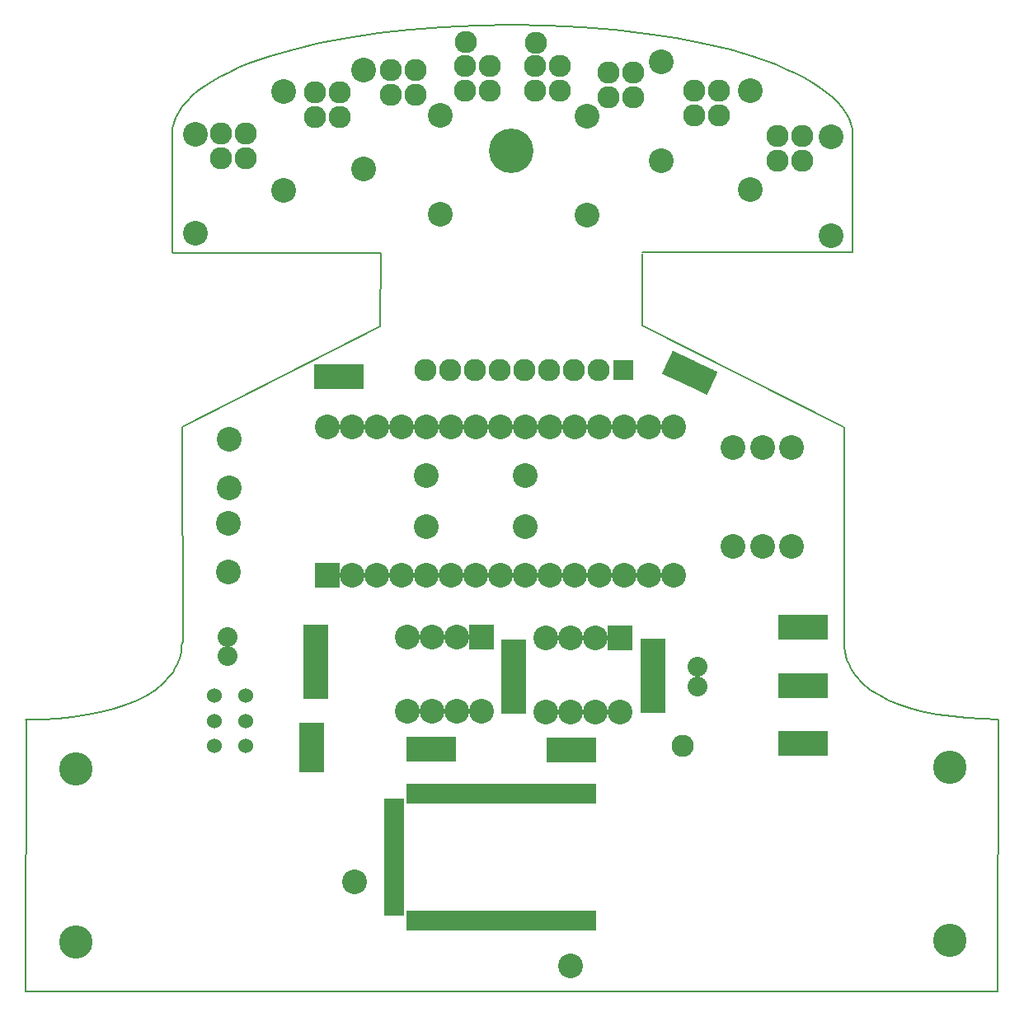
<source format=gbs>
G04 PROTEUS RS274X GERBER FILE*
%FSLAX24Y24*%
%MOIN*%
%ADD24C,0.0500*%
%ADD25C,0.1000*%
%ADD26C,0.0900*%
%ADD27R,0.1000X0.1000*%
%ADD73R,0.0600X0.0800*%
%ADD28R,0.0800X0.0600*%
%ADD16R,0.0800X0.0800*%
%ADD18C,0.0600*%
%ADD12C,0.0800*%
%ADD29C,0.1800*%
%ADD72C,0.1350*%
%ADD20C,0.0024*%
%ADD21C,0.0080*%
G54D24*
X+2456Y-18564D03*
G54D25*
X+2454Y-18565D03*
X-6286Y-15157D03*
G54D26*
X+6968Y-9656D03*
X+1031Y+18784D03*
X-1810Y+18792D03*
G54D27*
X+4436Y-5288D03*
G54D25*
X+3436Y-5288D03*
X+2436Y-5288D03*
X+1436Y-5288D03*
X+1436Y-8288D03*
X+2436Y-8288D03*
X+3436Y-8288D03*
X+4436Y-8288D03*
G54D73*
X+3183Y-16719D03*
X+2592Y-16719D03*
X+2001Y-16719D03*
X+1411Y-16719D03*
X+820Y-16719D03*
X+230Y-16719D03*
X-360Y-16719D03*
X-950Y-16719D03*
X-1541Y-16719D03*
X-2131Y-16719D03*
X-2722Y-16719D03*
X-3313Y-16719D03*
X-3903Y-16719D03*
G54D28*
X-4690Y-16226D03*
X-4690Y-15636D03*
X-4690Y-15045D03*
X-4690Y-14455D03*
X-4690Y-13864D03*
X-4690Y-13274D03*
X-4690Y-12683D03*
X-4690Y-12093D03*
G54D73*
X-3903Y-11600D03*
X-3313Y-11600D03*
X-2722Y-11600D03*
X-2131Y-11600D03*
X-1541Y-11600D03*
X-950Y-11600D03*
X-360Y-11600D03*
X+230Y-11600D03*
X+820Y-11600D03*
X+1411Y-11600D03*
X+2001Y-11600D03*
X+2592Y-11600D03*
X+3183Y-11600D03*
G54D26*
X-11707Y+14112D03*
X-11707Y+15112D03*
X-10707Y+14112D03*
X-10707Y+15112D03*
X-7899Y+15771D03*
X-7899Y+16771D03*
X-6899Y+15771D03*
X-6899Y+16771D03*
X-4816Y+16667D03*
X-4816Y+17667D03*
X-3816Y+16667D03*
X-3816Y+17667D03*
X-1833Y+16839D03*
X-1833Y+17839D03*
X-833Y+16839D03*
X-833Y+17839D03*
X+995Y+16840D03*
X+995Y+17840D03*
X+1995Y+16840D03*
X+1995Y+17840D03*
X+3984Y+16565D03*
X+3984Y+17565D03*
X+4984Y+16565D03*
X+4984Y+17565D03*
X+7443Y+15844D03*
X+7443Y+16844D03*
X+8443Y+15844D03*
X+8443Y+16844D03*
X+10814Y+14007D03*
X+10814Y+15007D03*
X+11814Y+14007D03*
X+11814Y+15007D03*
G54D25*
X-5916Y+17665D03*
X-5916Y+13665D03*
X-2816Y+15856D03*
X-2816Y+11856D03*
X+3108Y+15818D03*
X+3108Y+11818D03*
X+6104Y+18004D03*
X+6104Y+14004D03*
X+9711Y+16843D03*
X+9711Y+12843D03*
X+12957Y+14958D03*
X+12957Y+10958D03*
X-12714Y+15063D03*
X-12714Y+11063D03*
X-9151Y+16802D03*
X-9151Y+12802D03*
G54D16*
X+4577Y+5538D03*
G54D26*
X+3577Y+5538D03*
X+2577Y+5538D03*
X+1577Y+5538D03*
X+577Y+5538D03*
X-422Y+5538D03*
X-1422Y+5538D03*
X-2422Y+5538D03*
X-3422Y+5538D03*
G54D27*
X-1170Y-5267D03*
G54D25*
X-2170Y-5267D03*
X-3170Y-5267D03*
X-4170Y-5267D03*
X-4170Y-8267D03*
X-3170Y-8267D03*
X-2170Y-8267D03*
X-1170Y-8267D03*
G54D27*
X-7397Y-2764D03*
G54D25*
X-6397Y-2764D03*
X-5397Y-2764D03*
X-4397Y-2764D03*
X-3397Y-2764D03*
X-2397Y-2764D03*
X-1397Y-2764D03*
X-397Y-2764D03*
X+602Y-2764D03*
X+1602Y-2764D03*
X+2602Y-2764D03*
X+3602Y-2764D03*
X+4602Y-2764D03*
X+5602Y-2764D03*
X+6602Y-2764D03*
X+6602Y+3235D03*
X+5602Y+3235D03*
X+4602Y+3235D03*
X+3602Y+3235D03*
X+2602Y+3235D03*
X+1602Y+3235D03*
X+602Y+3235D03*
X-397Y+3235D03*
X-1397Y+3235D03*
X-2397Y+3235D03*
X-3397Y+3235D03*
X-4397Y+3235D03*
X-5397Y+3235D03*
X-6397Y+3235D03*
X-7397Y+3235D03*
G54D27*
X-2700Y-9800D03*
X-3700Y-9800D03*
X+2972Y-9820D03*
X+1972Y-9820D03*
X+11329Y-9556D03*
X+12329Y-9556D03*
X+11351Y-7228D03*
X+12351Y-7228D03*
X+11342Y-4847D03*
X+12342Y-4847D03*
G54D25*
X+612Y-783D03*
X-3387Y-783D03*
X+607Y+1264D03*
X-3392Y+1264D03*
X+8993Y-1597D03*
X+8993Y+2402D03*
X+10196Y-1602D03*
X+10196Y+2397D03*
X+11366Y-1598D03*
X+11366Y+2401D03*
G54D27*
X-7872Y-7262D03*
X-7872Y-6262D03*
X-7872Y-5262D03*
X-8032Y-10242D03*
X-8032Y-9242D03*
G54D25*
X-11410Y-650D03*
X-11410Y-2618D03*
X-11361Y+768D03*
X-11361Y+2737D03*
G54D18*
X-10686Y-8665D03*
X-11964Y-8655D03*
X-10690Y-9662D03*
X-11968Y-9652D03*
X-10682Y-7637D03*
X-11960Y-7626D03*
G54D27*
X-7433Y+5284D03*
X-6433Y+5284D03*
G54D12*
X+7565Y-7263D03*
X+7565Y-6476D03*
X-11429Y-6034D03*
X-11429Y-5246D03*
G54D29*
X+50Y+14400D03*
G54D27*
X+5774Y-7832D03*
X+5774Y-6832D03*
X+5774Y-5832D03*
X+150Y-7850D03*
X+150Y-6850D03*
X+150Y-5850D03*
G54D72*
X-17575Y-17604D03*
X-17568Y-10600D03*
X+17770Y-17515D03*
X+17763Y-10511D03*
G54D20*
X+7935Y+4585D02*
X+7052Y+4998D01*
X+7465Y+5881D01*
X+8348Y+5468D01*
X+7935Y+4585D01*
X+7935Y+4585D01*
X+7909Y+4597D02*
X+7940Y+4597D01*
X+7883Y+4609D02*
X+7946Y+4609D01*
X+7858Y+4621D02*
X+7951Y+4621D01*
X+7832Y+4633D02*
X+7957Y+4633D01*
X+7806Y+4645D02*
X+7963Y+4645D01*
X+7781Y+4657D02*
X+7968Y+4657D01*
X+7755Y+4669D02*
X+7974Y+4669D01*
X+7729Y+4681D02*
X+7979Y+4681D01*
X+7704Y+4693D02*
X+7985Y+4693D01*
X+7678Y+4705D02*
X+7991Y+4705D01*
X+7652Y+4717D02*
X+7996Y+4717D01*
X+7627Y+4729D02*
X+8002Y+4729D01*
X+7601Y+4741D02*
X+8007Y+4741D01*
X+7575Y+4753D02*
X+8013Y+4753D01*
X+7550Y+4765D02*
X+8019Y+4765D01*
X+7524Y+4777D02*
X+8024Y+4777D01*
X+7498Y+4789D02*
X+8030Y+4789D01*
X+7473Y+4801D02*
X+8036Y+4801D01*
X+7447Y+4813D02*
X+8041Y+4813D01*
X+7421Y+4825D02*
X+8047Y+4825D01*
X+7396Y+4837D02*
X+8052Y+4837D01*
X+7370Y+4849D02*
X+8058Y+4849D01*
X+7344Y+4861D02*
X+8064Y+4861D01*
X+7319Y+4873D02*
X+8069Y+4873D01*
X+7293Y+4885D02*
X+8075Y+4885D01*
X+7267Y+4897D02*
X+8080Y+4897D01*
X+7242Y+4909D02*
X+8086Y+4909D01*
X+7216Y+4921D02*
X+8092Y+4921D01*
X+7190Y+4933D02*
X+8097Y+4933D01*
X+7165Y+4945D02*
X+8103Y+4945D01*
X+7139Y+4957D02*
X+8108Y+4957D01*
X+7114Y+4969D02*
X+8114Y+4969D01*
X+7088Y+4981D02*
X+8120Y+4981D01*
X+7062Y+4993D02*
X+8125Y+4993D01*
X+7055Y+5005D02*
X+8131Y+5005D01*
X+7060Y+5017D02*
X+8137Y+5017D01*
X+7066Y+5029D02*
X+8142Y+5029D01*
X+7072Y+5041D02*
X+8148Y+5041D01*
X+7077Y+5053D02*
X+8153Y+5053D01*
X+7083Y+5065D02*
X+8159Y+5065D01*
X+7088Y+5077D02*
X+8165Y+5077D01*
X+7094Y+5089D02*
X+8170Y+5089D01*
X+7100Y+5101D02*
X+8176Y+5101D01*
X+7105Y+5113D02*
X+8181Y+5113D01*
X+7111Y+5125D02*
X+8187Y+5125D01*
X+7117Y+5137D02*
X+8193Y+5137D01*
X+7122Y+5149D02*
X+8198Y+5149D01*
X+7128Y+5161D02*
X+8204Y+5161D01*
X+7133Y+5173D02*
X+8210Y+5173D01*
X+7139Y+5185D02*
X+8215Y+5185D01*
X+7145Y+5197D02*
X+8221Y+5197D01*
X+7150Y+5209D02*
X+8226Y+5209D01*
X+7156Y+5221D02*
X+8232Y+5221D01*
X+7161Y+5233D02*
X+8238Y+5233D01*
X+7167Y+5245D02*
X+8243Y+5245D01*
X+7173Y+5257D02*
X+8249Y+5257D01*
X+7178Y+5269D02*
X+8254Y+5269D01*
X+7184Y+5281D02*
X+8260Y+5281D01*
X+7189Y+5293D02*
X+8266Y+5293D01*
X+7195Y+5305D02*
X+8271Y+5305D01*
X+7201Y+5317D02*
X+8277Y+5317D01*
X+7206Y+5329D02*
X+8282Y+5329D01*
X+7212Y+5341D02*
X+8288Y+5341D01*
X+7218Y+5353D02*
X+8294Y+5353D01*
X+7223Y+5365D02*
X+8299Y+5365D01*
X+7229Y+5377D02*
X+8305Y+5377D01*
X+7234Y+5389D02*
X+8311Y+5389D01*
X+7240Y+5401D02*
X+8316Y+5401D01*
X+7246Y+5413D02*
X+8322Y+5413D01*
X+7251Y+5425D02*
X+8327Y+5425D01*
X+7257Y+5437D02*
X+8333Y+5437D01*
X+7262Y+5449D02*
X+8339Y+5449D01*
X+7268Y+5461D02*
X+8344Y+5461D01*
X+7274Y+5473D02*
X+8337Y+5473D01*
X+7279Y+5485D02*
X+8311Y+5485D01*
X+7285Y+5497D02*
X+8285Y+5497D01*
X+7291Y+5509D02*
X+8260Y+5509D01*
X+7296Y+5521D02*
X+8234Y+5521D01*
X+7302Y+5533D02*
X+8209Y+5533D01*
X+7307Y+5545D02*
X+8183Y+5545D01*
X+7313Y+5557D02*
X+8157Y+5557D01*
X+7319Y+5569D02*
X+8132Y+5569D01*
X+7324Y+5581D02*
X+8106Y+5581D01*
X+7330Y+5593D02*
X+8080Y+5593D01*
X+7335Y+5605D02*
X+8055Y+5605D01*
X+7341Y+5617D02*
X+8029Y+5617D01*
X+7347Y+5629D02*
X+8003Y+5629D01*
X+7352Y+5641D02*
X+7978Y+5641D01*
X+7358Y+5653D02*
X+7952Y+5653D01*
X+7363Y+5665D02*
X+7926Y+5665D01*
X+7369Y+5677D02*
X+7901Y+5677D01*
X+7375Y+5689D02*
X+7875Y+5689D01*
X+7380Y+5701D02*
X+7849Y+5701D01*
X+7386Y+5713D02*
X+7824Y+5713D01*
X+7392Y+5725D02*
X+7798Y+5725D01*
X+7397Y+5737D02*
X+7772Y+5737D01*
X+7403Y+5749D02*
X+7747Y+5749D01*
X+7408Y+5761D02*
X+7721Y+5761D01*
X+7414Y+5773D02*
X+7695Y+5773D01*
X+7420Y+5785D02*
X+7670Y+5785D01*
X+7425Y+5797D02*
X+7644Y+5797D01*
X+7431Y+5809D02*
X+7618Y+5809D01*
X+7436Y+5821D02*
X+7593Y+5821D01*
X+7442Y+5833D02*
X+7567Y+5833D01*
X+7448Y+5845D02*
X+7541Y+5845D01*
X+7453Y+5857D02*
X+7516Y+5857D01*
X+7459Y+5869D02*
X+7490Y+5869D01*
X+7465Y+5881D02*
X+7465Y+5881D01*
X+7029Y+5008D02*
X+6146Y+5421D01*
X+6559Y+6304D01*
X+7442Y+5891D01*
X+7029Y+5008D01*
X+7029Y+5008D01*
X+7003Y+5020D02*
X+7034Y+5020D01*
X+6977Y+5032D02*
X+7040Y+5032D01*
X+6952Y+5044D02*
X+7045Y+5044D01*
X+6926Y+5056D02*
X+7051Y+5056D01*
X+6900Y+5068D02*
X+7057Y+5068D01*
X+6875Y+5080D02*
X+7062Y+5080D01*
X+6849Y+5092D02*
X+7068Y+5092D01*
X+6823Y+5104D02*
X+7073Y+5104D01*
X+6798Y+5116D02*
X+7079Y+5116D01*
X+6772Y+5128D02*
X+7085Y+5128D01*
X+6746Y+5140D02*
X+7090Y+5140D01*
X+6721Y+5152D02*
X+7096Y+5152D01*
X+6695Y+5164D02*
X+7101Y+5164D01*
X+6669Y+5176D02*
X+7107Y+5176D01*
X+6644Y+5188D02*
X+7113Y+5188D01*
X+6618Y+5200D02*
X+7118Y+5200D01*
X+6592Y+5212D02*
X+7124Y+5212D01*
X+6567Y+5224D02*
X+7130Y+5224D01*
X+6541Y+5236D02*
X+7135Y+5236D01*
X+6515Y+5248D02*
X+7141Y+5248D01*
X+6490Y+5260D02*
X+7146Y+5260D01*
X+6464Y+5272D02*
X+7152Y+5272D01*
X+6438Y+5284D02*
X+7158Y+5284D01*
X+6413Y+5296D02*
X+7163Y+5296D01*
X+6387Y+5308D02*
X+7169Y+5308D01*
X+6361Y+5320D02*
X+7174Y+5320D01*
X+6336Y+5332D02*
X+7180Y+5332D01*
X+6310Y+5344D02*
X+7186Y+5344D01*
X+6284Y+5356D02*
X+7191Y+5356D01*
X+6259Y+5368D02*
X+7197Y+5368D01*
X+6233Y+5380D02*
X+7202Y+5380D01*
X+6208Y+5392D02*
X+7208Y+5392D01*
X+6182Y+5404D02*
X+7214Y+5404D01*
X+6156Y+5416D02*
X+7219Y+5416D01*
X+6149Y+5428D02*
X+7225Y+5428D01*
X+6154Y+5440D02*
X+7231Y+5440D01*
X+6160Y+5452D02*
X+7236Y+5452D01*
X+6166Y+5464D02*
X+7242Y+5464D01*
X+6171Y+5476D02*
X+7247Y+5476D01*
X+6177Y+5488D02*
X+7253Y+5488D01*
X+6182Y+5500D02*
X+7259Y+5500D01*
X+6188Y+5512D02*
X+7264Y+5512D01*
X+6194Y+5524D02*
X+7270Y+5524D01*
X+6199Y+5536D02*
X+7275Y+5536D01*
X+6205Y+5548D02*
X+7281Y+5548D01*
X+6211Y+5560D02*
X+7287Y+5560D01*
X+6216Y+5572D02*
X+7292Y+5572D01*
X+6222Y+5584D02*
X+7298Y+5584D01*
X+6227Y+5596D02*
X+7304Y+5596D01*
X+6233Y+5608D02*
X+7309Y+5608D01*
X+6239Y+5620D02*
X+7315Y+5620D01*
X+6244Y+5632D02*
X+7320Y+5632D01*
X+6250Y+5644D02*
X+7326Y+5644D01*
X+6255Y+5656D02*
X+7332Y+5656D01*
X+6261Y+5668D02*
X+7337Y+5668D01*
X+6267Y+5680D02*
X+7343Y+5680D01*
X+6272Y+5692D02*
X+7348Y+5692D01*
X+6278Y+5704D02*
X+7354Y+5704D01*
X+6283Y+5716D02*
X+7360Y+5716D01*
X+6289Y+5728D02*
X+7365Y+5728D01*
X+6295Y+5740D02*
X+7371Y+5740D01*
X+6300Y+5752D02*
X+7376Y+5752D01*
X+6306Y+5764D02*
X+7382Y+5764D01*
X+6312Y+5776D02*
X+7388Y+5776D01*
X+6317Y+5788D02*
X+7393Y+5788D01*
X+6323Y+5800D02*
X+7399Y+5800D01*
X+6328Y+5812D02*
X+7405Y+5812D01*
X+6334Y+5824D02*
X+7410Y+5824D01*
X+6340Y+5836D02*
X+7416Y+5836D01*
X+6345Y+5848D02*
X+7421Y+5848D01*
X+6351Y+5860D02*
X+7427Y+5860D01*
X+6356Y+5872D02*
X+7433Y+5872D01*
X+6362Y+5884D02*
X+7438Y+5884D01*
X+6368Y+5896D02*
X+7431Y+5896D01*
X+6373Y+5908D02*
X+7405Y+5908D01*
X+6379Y+5920D02*
X+7379Y+5920D01*
X+6385Y+5932D02*
X+7354Y+5932D01*
X+6390Y+5944D02*
X+7328Y+5944D01*
X+6396Y+5956D02*
X+7303Y+5956D01*
X+6401Y+5968D02*
X+7277Y+5968D01*
X+6407Y+5980D02*
X+7251Y+5980D01*
X+6413Y+5992D02*
X+7226Y+5992D01*
X+6418Y+6004D02*
X+7200Y+6004D01*
X+6424Y+6016D02*
X+7174Y+6016D01*
X+6429Y+6028D02*
X+7149Y+6028D01*
X+6435Y+6040D02*
X+7123Y+6040D01*
X+6441Y+6052D02*
X+7097Y+6052D01*
X+6446Y+6064D02*
X+7072Y+6064D01*
X+6452Y+6076D02*
X+7046Y+6076D01*
X+6457Y+6088D02*
X+7020Y+6088D01*
X+6463Y+6100D02*
X+6995Y+6100D01*
X+6469Y+6112D02*
X+6969Y+6112D01*
X+6474Y+6124D02*
X+6943Y+6124D01*
X+6480Y+6136D02*
X+6918Y+6136D01*
X+6486Y+6148D02*
X+6892Y+6148D01*
X+6491Y+6160D02*
X+6866Y+6160D01*
X+6497Y+6172D02*
X+6841Y+6172D01*
X+6502Y+6184D02*
X+6815Y+6184D01*
X+6508Y+6196D02*
X+6789Y+6196D01*
X+6514Y+6208D02*
X+6764Y+6208D01*
X+6519Y+6220D02*
X+6738Y+6220D01*
X+6525Y+6232D02*
X+6712Y+6232D01*
X+6530Y+6244D02*
X+6687Y+6244D01*
X+6536Y+6256D02*
X+6661Y+6256D01*
X+6542Y+6268D02*
X+6635Y+6268D01*
X+6547Y+6280D02*
X+6610Y+6280D01*
X+6553Y+6292D02*
X+6584Y+6292D01*
X+6559Y+6304D02*
X+6559Y+6304D01*
G54D21*
X-13660Y+15055D02*
X-13645Y+15293D01*
X-13595Y+15527D01*
X-13511Y+15756D01*
X-13394Y+15981D01*
X-13245Y+16201D01*
X-13064Y+16416D01*
X-12853Y+16625D01*
X-12612Y+16829D01*
X-12342Y+17028D01*
X-12044Y+17220D01*
X-11718Y+17406D01*
X-11366Y+17586D01*
X-10988Y+17759D01*
X-10584Y+17925D01*
X-9705Y+18236D01*
X-8735Y+18517D01*
X-7680Y+18767D01*
X-6548Y+18983D01*
X-5343Y+19163D01*
X-4072Y+19307D01*
X-2743Y+19411D01*
X-1360Y+19475D01*
X+69Y+19497D01*
X+13846Y+15031D02*
X+13828Y+15265D01*
X+13776Y+15495D01*
X+13691Y+15722D01*
X+13572Y+15944D01*
X+13421Y+16162D01*
X+13239Y+16376D01*
X+13026Y+16585D01*
X+12783Y+16789D01*
X+12511Y+16987D01*
X+12211Y+17180D01*
X+11884Y+17367D01*
X+11530Y+17548D01*
X+11150Y+17723D01*
X+10745Y+17891D01*
X+9863Y+18206D01*
X+8890Y+18492D01*
X+7833Y+18746D01*
X+6698Y+18967D01*
X+5491Y+19152D01*
X+4218Y+19300D01*
X+2886Y+19408D01*
X+1501Y+19474D01*
X+69Y+19497D01*
X-13660Y+15051D02*
X-13659Y+10292D01*
X+13845Y+15039D02*
X+13845Y+10298D01*
X-13631Y+10279D02*
X-5240Y+10279D01*
X+13810Y+10296D02*
X+5336Y+10298D01*
X-5238Y+10253D02*
X-5255Y+7329D01*
X+5349Y+10253D02*
X+5349Y+7329D01*
X-5261Y+7323D02*
X-13261Y+3249D01*
X+5356Y+7325D02*
X+13487Y+3250D01*
X+13519Y+3233D02*
X+13495Y-5444D01*
X-13275Y-5451D02*
X-13281Y-5646D01*
X-13303Y-5835D01*
X-13340Y-6018D01*
X-13393Y-6194D01*
X-13461Y-6364D01*
X-13544Y-6527D01*
X-13640Y-6685D01*
X-13751Y-6836D01*
X-14012Y-7120D01*
X-14324Y-7378D01*
X-14685Y-7612D01*
X-15090Y-7821D01*
X-15537Y-8005D01*
X-16024Y-8165D01*
X-16546Y-8299D01*
X-17102Y-8410D01*
X-17689Y-8495D01*
X-18303Y-8556D01*
X-18941Y-8593D01*
X-19601Y-8605D01*
X+13496Y-5468D02*
X+13504Y-5662D01*
X+13528Y-5850D01*
X+13568Y-6031D01*
X+13622Y-6206D01*
X+13691Y-6375D01*
X+13774Y-6537D01*
X+13871Y-6693D01*
X+13981Y-6842D01*
X+14241Y-7123D01*
X+14550Y-7378D01*
X+14906Y-7609D01*
X+15306Y-7814D01*
X+15747Y-7996D01*
X+16227Y-8152D01*
X+16742Y-8284D01*
X+17289Y-8392D01*
X+17866Y-8476D01*
X+18471Y-8535D01*
X+19099Y-8571D01*
X+19748Y-8583D01*
X-19573Y-8628D02*
X-19581Y-19588D01*
X+19738Y-8614D02*
X+19699Y-19604D01*
X-19579Y-19590D02*
X+19699Y-19607D01*
X-13268Y+3223D02*
X-13242Y-5453D01*
M00*

</source>
